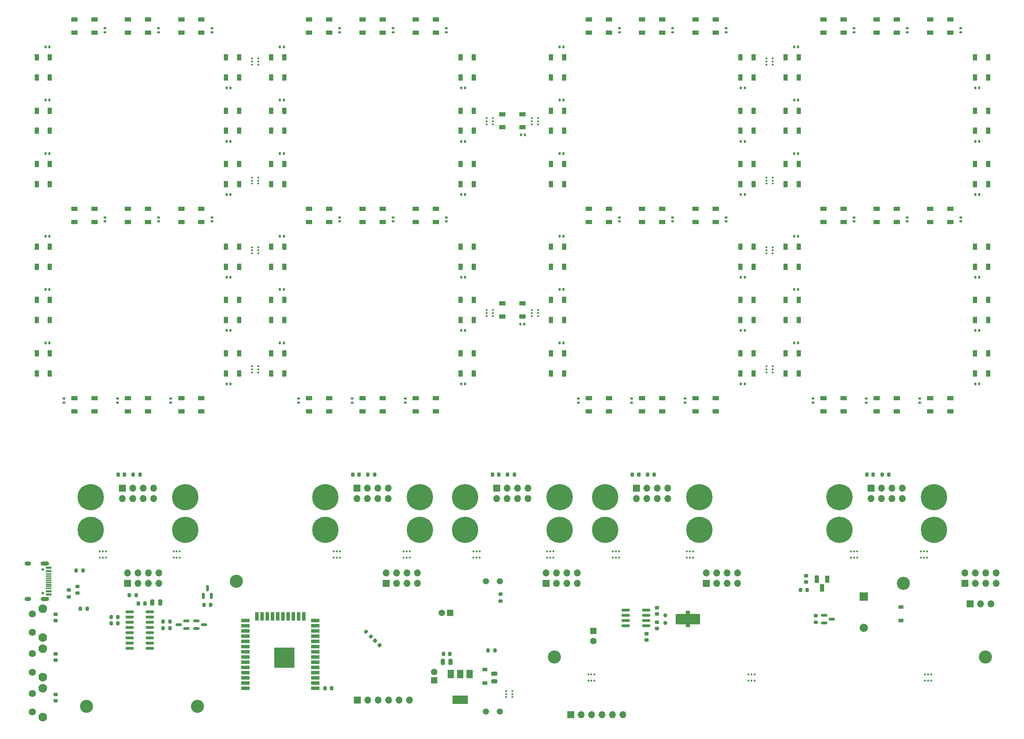
<source format=gbr>
%TF.GenerationSoftware,KiCad,Pcbnew,(6.0.1)*%
%TF.CreationDate,2022-01-22T16:00:37+01:00*%
%TF.ProjectId,Final H00 panelicad_pcb,46696e61-6c20-4483-9030-2070616e656c,rev?*%
%TF.SameCoordinates,Original*%
%TF.FileFunction,Soldermask,Top*%
%TF.FilePolarity,Negative*%
%FSLAX46Y46*%
G04 Gerber Fmt 4.6, Leading zero omitted, Abs format (unit mm)*
G04 Created by KiCad (PCBNEW (6.0.1)) date 2022-01-22 16:00:37*
%MOMM*%
%LPD*%
G01*
G04 APERTURE LIST*
G04 Aperture macros list*
%AMRoundRect*
0 Rectangle with rounded corners*
0 $1 Rounding radius*
0 $2 $3 $4 $5 $6 $7 $8 $9 X,Y pos of 4 corners*
0 Add a 4 corners polygon primitive as box body*
4,1,4,$2,$3,$4,$5,$6,$7,$8,$9,$2,$3,0*
0 Add four circle primitives for the rounded corners*
1,1,$1+$1,$2,$3*
1,1,$1+$1,$4,$5*
1,1,$1+$1,$6,$7*
1,1,$1+$1,$8,$9*
0 Add four rect primitives between the rounded corners*
20,1,$1+$1,$2,$3,$4,$5,0*
20,1,$1+$1,$4,$5,$6,$7,0*
20,1,$1+$1,$6,$7,$8,$9,0*
20,1,$1+$1,$8,$9,$2,$3,0*%
G04 Aperture macros list end*
%ADD10RoundRect,0.140000X-0.140000X-0.170000X0.140000X-0.170000X0.140000X0.170000X-0.140000X0.170000X0*%
%ADD11RoundRect,0.140000X-0.170000X0.140000X-0.170000X-0.140000X0.170000X-0.140000X0.170000X0.140000X0*%
%ADD12R,1.500000X1.000000*%
%ADD13C,0.500000*%
%ADD14RoundRect,0.140000X0.140000X0.170000X-0.140000X0.170000X-0.140000X-0.170000X0.140000X-0.170000X0*%
%ADD15RoundRect,0.140000X0.170000X-0.140000X0.170000X0.140000X-0.170000X0.140000X-0.170000X-0.140000X0*%
%ADD16RoundRect,0.225000X0.225000X0.250000X-0.225000X0.250000X-0.225000X-0.250000X0.225000X-0.250000X0*%
%ADD17C,0.800000*%
%ADD18C,6.400000*%
%ADD19RoundRect,0.150000X-0.587500X-0.150000X0.587500X-0.150000X0.587500X0.150000X-0.587500X0.150000X0*%
%ADD20R,1.500000X2.000000*%
%ADD21R,3.800000X2.000000*%
%ADD22R,1.700000X1.700000*%
%ADD23O,1.700000X1.700000*%
%ADD24R,1.000000X1.500000*%
%ADD25RoundRect,0.200000X-0.275000X0.200000X-0.275000X-0.200000X0.275000X-0.200000X0.275000X0.200000X0*%
%ADD26R,1.600000X1.600000*%
%ADD27C,1.600000*%
%ADD28C,1.500000*%
%ADD29RoundRect,0.200000X-0.200000X-0.275000X0.200000X-0.275000X0.200000X0.275000X-0.200000X0.275000X0*%
%ADD30C,2.100000*%
%ADD31C,1.750000*%
%ADD32C,3.200000*%
%ADD33C,0.650000*%
%ADD34R,1.450000X0.600000*%
%ADD35R,1.450000X0.300000*%
%ADD36O,2.100000X1.000000*%
%ADD37O,1.600000X1.000000*%
%ADD38RoundRect,0.225000X0.250000X-0.225000X0.250000X0.225000X-0.250000X0.225000X-0.250000X-0.225000X0*%
%ADD39R,2.000000X2.000000*%
%ADD40C,2.000000*%
%ADD41RoundRect,0.200000X0.200000X0.275000X-0.200000X0.275000X-0.200000X-0.275000X0.200000X-0.275000X0*%
%ADD42RoundRect,0.150000X-0.825000X-0.150000X0.825000X-0.150000X0.825000X0.150000X-0.825000X0.150000X0*%
%ADD43R,1.200000X0.900000*%
%ADD44C,1.000000*%
%ADD45R,1.000000X1.000000*%
%ADD46R,6.000000X2.500000*%
%ADD47R,1.100000X1.800000*%
%ADD48RoundRect,0.275000X0.275000X0.625000X-0.275000X0.625000X-0.275000X-0.625000X0.275000X-0.625000X0*%
%ADD49RoundRect,0.250000X0.250000X0.475000X-0.250000X0.475000X-0.250000X-0.475000X0.250000X-0.475000X0*%
%ADD50RoundRect,0.150000X0.150000X-0.587500X0.150000X0.587500X-0.150000X0.587500X-0.150000X-0.587500X0*%
%ADD51RoundRect,0.200000X-0.335876X-0.053033X-0.053033X-0.335876X0.335876X0.053033X0.053033X0.335876X0*%
%ADD52RoundRect,0.200000X0.275000X-0.200000X0.275000X0.200000X-0.275000X0.200000X-0.275000X-0.200000X0*%
%ADD53RoundRect,0.225000X0.335876X0.017678X0.017678X0.335876X-0.335876X-0.017678X-0.017678X-0.335876X0*%
%ADD54RoundRect,0.225000X-0.250000X0.225000X-0.250000X-0.225000X0.250000X-0.225000X0.250000X0.225000X0*%
%ADD55RoundRect,0.150000X0.825000X0.150000X-0.825000X0.150000X-0.825000X-0.150000X0.825000X-0.150000X0*%
%ADD56RoundRect,0.250000X0.475000X-0.250000X0.475000X0.250000X-0.475000X0.250000X-0.475000X-0.250000X0*%
%ADD57RoundRect,0.150000X0.587500X0.150000X-0.587500X0.150000X-0.587500X-0.150000X0.587500X-0.150000X0*%
%ADD58R,2.000000X0.900000*%
%ADD59R,0.900000X2.000000*%
%ADD60R,5.000000X5.000000*%
%ADD61RoundRect,0.250000X-0.250000X-0.475000X0.250000X-0.475000X0.250000X0.475000X-0.250000X0.475000X0*%
G04 APERTURE END LIST*
D10*
%TO.C,C4*%
X232535455Y114697158D03*
X233495455Y114697158D03*
%TD*%
D11*
%TO.C,C10*%
X218949770Y38980101D03*
X218949770Y38020101D03*
%TD*%
D12*
%TO.C,D1*%
X122205686Y58965786D03*
X122205686Y62165786D03*
X117305686Y62165786D03*
X117305686Y58965786D03*
%TD*%
%TO.C,D1*%
X75140085Y128162843D03*
X75140085Y131362843D03*
X70240085Y131362843D03*
X70240085Y128162843D03*
%TD*%
D10*
%TO.C,C7*%
X50144370Y68565787D03*
X51104370Y68565787D03*
%TD*%
D13*
%TO.C,mouse-bite-2mm-slot*%
X111750000Y1750000D03*
X111750000Y250000D03*
X111000000Y1750000D03*
X110250000Y250000D03*
X110250000Y1750000D03*
X111000000Y250000D03*
%TD*%
D14*
%TO.C,C15*%
X64104400Y78565786D03*
X63144400Y78565786D03*
%TD*%
D15*
%TO.C,C2*%
X215949770Y128282843D03*
X215949770Y129242843D03*
%TD*%
D16*
%TO.C,C22*%
X150538370Y20431472D03*
X148988370Y20431472D03*
%TD*%
D12*
%TO.C,D21*%
X101140085Y82031472D03*
X101140085Y85231472D03*
X96240085Y85231472D03*
X96240085Y82031472D03*
%TD*%
D17*
%TO.C,H2*%
X132952742Y5303045D03*
D18*
X131255686Y7000101D03*
D17*
X131255686Y4600101D03*
X132952742Y8697157D03*
X129558630Y8697157D03*
X129558630Y5303045D03*
X133655686Y7000101D03*
X131255686Y9400101D03*
X128855686Y7000101D03*
%TD*%
D16*
%TO.C,C22*%
X116475686Y20431472D03*
X114925686Y20431472D03*
%TD*%
D19*
%TO.C,Q3*%
X42750500Y-15179000D03*
X42750500Y-17079000D03*
X44625500Y-16129000D03*
%TD*%
D13*
%TO.C,mouse-bite-2mm-slot*%
X94750000Y1750000D03*
X94750000Y250000D03*
X94000000Y1750000D03*
X93250000Y250000D03*
X93250000Y1750000D03*
X94000000Y250000D03*
%TD*%
D10*
%TO.C,C9*%
X107275770Y42565787D03*
X108235770Y42565787D03*
%TD*%
D13*
%TO.C,mouse-bite-2mm-slot*%
X77750000Y1750000D03*
X77750000Y250000D03*
X77000000Y1750000D03*
X76250000Y250000D03*
X76250000Y1750000D03*
X77000000Y250000D03*
%TD*%
D20*
%TO.C,U4*%
X109361000Y-28092000D03*
D21*
X107061000Y-34392000D03*
D20*
X107061000Y-28092000D03*
X104761000Y-28092000D03*
%TD*%
D12*
%TO.C,D20*%
X213399770Y82031472D03*
X213399770Y85231472D03*
X208499770Y85231472D03*
X208499770Y82031472D03*
%TD*%
%TO.C,D19*%
X18008685Y82031472D03*
X18008685Y85231472D03*
X13108685Y85231472D03*
X13108685Y82031472D03*
%TD*%
D15*
%TO.C,C3*%
X103690085Y128282843D03*
X103690085Y129242843D03*
%TD*%
D12*
%TO.C,D2*%
X156268370Y128162843D03*
X156268370Y131362843D03*
X151368370Y131362843D03*
X151368370Y128162843D03*
%TD*%
D22*
%TO.C,J3*%
X128000000Y-6000000D03*
D23*
X128000000Y-3460000D03*
X130540000Y-6000000D03*
X130540000Y-3460000D03*
X133080000Y-6000000D03*
X133080000Y-3460000D03*
X135620000Y-6000000D03*
X135620000Y-3460000D03*
%TD*%
D14*
%TO.C,C15*%
X6973000Y78565786D03*
X6013000Y78565786D03*
%TD*%
%TO.C,C17*%
X189364085Y111697158D03*
X188404085Y111697158D03*
%TD*%
D10*
%TO.C,C9*%
X50144370Y42565787D03*
X51104370Y42565787D03*
%TD*%
D22*
%TO.C,J1*%
X26000000Y-6000000D03*
D23*
X26000000Y-3460000D03*
X28540000Y-6000000D03*
X28540000Y-3460000D03*
X31080000Y-6000000D03*
X31080000Y-3460000D03*
X33620000Y-6000000D03*
X33620000Y-3460000D03*
%TD*%
D12*
%TO.C,D1*%
X200399770Y128162843D03*
X200399770Y131362843D03*
X195499770Y131362843D03*
X195499770Y128162843D03*
%TD*%
D13*
%TO.C,mouse-bite-2mm-slot*%
X20000000Y250000D03*
X19250000Y250000D03*
X19250000Y1750000D03*
X20750000Y1750000D03*
X20000000Y1750000D03*
X20750000Y250000D03*
%TD*%
D24*
%TO.C,D5*%
X232415455Y104247158D03*
X235615455Y104247158D03*
X235615455Y109147158D03*
X232415455Y109147158D03*
%TD*%
D14*
%TO.C,C16*%
X64104400Y98697158D03*
X63144400Y98697158D03*
%TD*%
D12*
%TO.C,D12*%
X138368370Y39100101D03*
X138368370Y35900101D03*
X143268370Y35900101D03*
X143268370Y39100101D03*
%TD*%
D10*
%TO.C,C2*%
X121875686Y103231472D03*
X122835686Y103231472D03*
%TD*%
D11*
%TO.C,C11*%
X80690085Y38980101D03*
X80690085Y38020101D03*
%TD*%
D14*
%TO.C,C15*%
X189364085Y78565786D03*
X188404085Y78565786D03*
%TD*%
%TO.C,C14*%
X189364085Y65565786D03*
X188404085Y65565786D03*
%TD*%
D17*
%TO.C,H1*%
X197752714Y8697157D03*
X199449770Y4600101D03*
X201849770Y7000101D03*
X201146826Y5303045D03*
X199449770Y9400101D03*
X197049770Y7000101D03*
X197752714Y5303045D03*
X201146826Y8697157D03*
D18*
X199449770Y7000101D03*
%TD*%
D25*
%TO.C,R6*%
X13843000Y-6795000D03*
X13843000Y-8445000D03*
%TD*%
D14*
%TO.C,C13*%
X64104400Y52565786D03*
X63144400Y52565786D03*
%TD*%
D12*
%TO.C,D12*%
X70240085Y39100101D03*
X70240085Y35900101D03*
X75140085Y35900101D03*
X75140085Y39100101D03*
%TD*%
D11*
%TO.C,C12*%
X10558685Y38980101D03*
X10558685Y38020101D03*
%TD*%
D12*
%TO.C,D10*%
X221499770Y39100101D03*
X221499770Y35900101D03*
X226399770Y35900101D03*
X226399770Y39100101D03*
%TD*%
D24*
%TO.C,D16*%
X7093000Y96147158D03*
X3893000Y96147158D03*
X3893000Y91247158D03*
X7093000Y91247158D03*
%TD*%
D26*
%TO.C,C19*%
X100711000Y-29657113D03*
D27*
X100711000Y-27657113D03*
%TD*%
D11*
%TO.C,C10*%
X93690085Y38980101D03*
X93690085Y38020101D03*
%TD*%
D13*
%TO.C,mouse-bite-2mm-slot*%
X145750000Y1750000D03*
X145750000Y250000D03*
X145000000Y1750000D03*
X144250000Y250000D03*
X144250000Y1750000D03*
X145000000Y250000D03*
%TD*%
D28*
%TO.C,R14*%
X113300000Y-37300000D03*
X116700000Y-37300000D03*
%TD*%
D15*
%TO.C,C21*%
X46558685Y82151472D03*
X46558685Y83111472D03*
%TD*%
D22*
%TO.C,J2*%
X89000000Y-6000000D03*
D23*
X89000000Y-3460000D03*
X91540000Y-6000000D03*
X91540000Y-3460000D03*
X94080000Y-6000000D03*
X94080000Y-3460000D03*
X96620000Y-6000000D03*
X96620000Y-3460000D03*
%TD*%
D22*
%TO.C,J1*%
X81880085Y17130101D03*
D23*
X81880085Y14590101D03*
X84420085Y17130101D03*
X84420085Y14590101D03*
X86960085Y17130101D03*
X86960085Y14590101D03*
X89500085Y17130101D03*
X89500085Y14590101D03*
%TD*%
D13*
%TO.C,mouse-bite-2mm-slot*%
X163750000Y1750000D03*
X163750000Y250000D03*
X163000000Y1750000D03*
X162250000Y250000D03*
X162250000Y1750000D03*
X163000000Y250000D03*
%TD*%
D14*
%TO.C,C17*%
X132232685Y111697158D03*
X131272685Y111697158D03*
%TD*%
D15*
%TO.C,C19*%
X77690085Y82151472D03*
X77690085Y83111472D03*
%TD*%
D17*
%TO.C,H4*%
X75887141Y13303045D03*
X76590085Y15000101D03*
X74190085Y12600101D03*
X74190085Y17400101D03*
X75887141Y16697157D03*
X71790085Y15000101D03*
X72493029Y13303045D03*
D18*
X74190085Y15000101D03*
D17*
X72493029Y16697157D03*
%TD*%
D12*
%TO.C,D2*%
X31008685Y128162843D03*
X31008685Y131362843D03*
X26108685Y131362843D03*
X26108685Y128162843D03*
%TD*%
D24*
%TO.C,D18*%
X189484085Y122147158D03*
X186284085Y122147158D03*
X186284085Y117247158D03*
X189484085Y117247158D03*
%TD*%
D14*
%TO.C,C16*%
X132232685Y98697158D03*
X131272685Y98697158D03*
%TD*%
D29*
%TO.C,R1*%
X84535085Y20441472D03*
X86185085Y20441472D03*
%TD*%
D17*
%TO.C,H2*%
X40058685Y4600101D03*
X40058685Y9400101D03*
X37658685Y7000101D03*
D18*
X40058685Y7000101D03*
D17*
X42458685Y7000101D03*
X38361629Y8697157D03*
X41755741Y8697157D03*
X38361629Y5303045D03*
X41755741Y5303045D03*
%TD*%
%TO.C,H2*%
X94790085Y7000101D03*
X97190085Y9400101D03*
X99590085Y7000101D03*
X98887141Y5303045D03*
X98887141Y8697157D03*
X95493029Y8697157D03*
X97190085Y4600101D03*
X95493029Y5303045D03*
D18*
X97190085Y7000101D03*
%TD*%
D17*
%TO.C,H4*%
X17058685Y17400101D03*
X18755741Y16697157D03*
X19458685Y15000101D03*
X18755741Y13303045D03*
D18*
X17058685Y15000101D03*
D17*
X17058685Y12600101D03*
X15361629Y16697157D03*
X14658685Y15000101D03*
X15361629Y13303045D03*
%TD*%
D30*
%TO.C,SW3*%
X5352500Y-31615000D03*
X5352500Y-38625000D03*
D31*
X2862500Y-37375000D03*
X2862500Y-32875000D03*
%TD*%
D13*
%TO.C,mouse-bite-2mm-slot*%
X56374385Y46131472D03*
X56374385Y45381472D03*
X57874385Y46881472D03*
X57874385Y46131472D03*
X57874385Y45381472D03*
X56374385Y46881472D03*
%TD*%
D17*
%TO.C,H1*%
X144718370Y7000101D03*
X144015426Y8697157D03*
X142318370Y4600101D03*
D18*
X142318370Y7000101D03*
D17*
X140621314Y5303045D03*
X144015426Y5303045D03*
X139918370Y7000101D03*
X142318370Y9400101D03*
X140621314Y8697157D03*
%TD*%
D13*
%TO.C,mouse-bite-2mm-slot*%
X57874385Y75881472D03*
X57874385Y75131472D03*
X57874385Y74381472D03*
X56374385Y74381472D03*
X56374385Y75881472D03*
X56374385Y75131472D03*
%TD*%
D16*
%TO.C,C22*%
X207669770Y20431472D03*
X206119770Y20431472D03*
%TD*%
D29*
%TO.C,R1*%
X27403685Y20441472D03*
X29053685Y20441472D03*
%TD*%
D17*
%TO.C,H2*%
X163621314Y8697157D03*
X165318370Y9400101D03*
X163621314Y5303045D03*
D18*
X165318370Y7000101D03*
D17*
X162918370Y7000101D03*
X165318370Y4600101D03*
X167718370Y7000101D03*
X167015426Y8697157D03*
X167015426Y5303045D03*
%TD*%
D24*
%TO.C,D18*%
X64224400Y122147158D03*
X61024400Y122147158D03*
X61024400Y117247158D03*
X64224400Y117247158D03*
%TD*%
D12*
%TO.C,D3*%
X169268370Y128162843D03*
X169268370Y131362843D03*
X164368370Y131362843D03*
X164368370Y128162843D03*
%TD*%
%TO.C,D10*%
X39108685Y39100101D03*
X39108685Y35900101D03*
X44008685Y35900101D03*
X44008685Y39100101D03*
%TD*%
%TO.C,D12*%
X13108685Y39100101D03*
X13108685Y35900101D03*
X18008685Y35900101D03*
X18008685Y39100101D03*
%TD*%
D24*
%TO.C,D5*%
X175284055Y104247158D03*
X178484055Y104247158D03*
X178484055Y109147158D03*
X175284055Y109147158D03*
%TD*%
D14*
%TO.C,C17*%
X64104400Y111697158D03*
X63144400Y111697158D03*
%TD*%
D24*
%TO.C,D6*%
X107155770Y91247158D03*
X110355770Y91247158D03*
X110355770Y96147158D03*
X107155770Y96147158D03*
%TD*%
D25*
%TO.C,R1*%
X193675000Y-13907000D03*
X193675000Y-15557000D03*
%TD*%
D11*
%TO.C,C12*%
X67690085Y38980101D03*
X67690085Y38020101D03*
%TD*%
D25*
%TO.C,R13*%
X116840000Y-8700000D03*
X116840000Y-10350000D03*
%TD*%
D32*
%TO.C,H4*%
X16000000Y-36000000D03*
%TD*%
D12*
%TO.C,D20*%
X31008685Y82031472D03*
X31008685Y85231472D03*
X26108685Y85231472D03*
X26108685Y82031472D03*
%TD*%
D22*
%TO.C,J1*%
X207139770Y17130101D03*
D23*
X207139770Y14590101D03*
X209679770Y17130101D03*
X209679770Y14590101D03*
X212219770Y17130101D03*
X212219770Y14590101D03*
X214759770Y17130101D03*
X214759770Y14590101D03*
%TD*%
D33*
%TO.C,J7*%
X5340000Y-2610000D03*
X5340000Y-8390000D03*
D34*
X6785000Y-2250000D03*
X6785000Y-3050000D03*
D35*
X6785000Y-4250000D03*
X6785000Y-5250000D03*
X6785000Y-5750000D03*
X6785000Y-6750000D03*
D34*
X6785000Y-7950000D03*
X6785000Y-8750000D03*
X6785000Y-8750000D03*
X6785000Y-7950000D03*
D35*
X6785000Y-7250000D03*
X6785000Y-6250000D03*
X6785000Y-4750000D03*
X6785000Y-3750000D03*
D34*
X6785000Y-3050000D03*
X6785000Y-2250000D03*
D36*
X5870000Y-9820000D03*
D37*
X1690000Y-9820000D03*
X1690000Y-1180000D03*
D36*
X5870000Y-1180000D03*
%TD*%
D29*
%TO.C,R3*%
X189929000Y-7620000D03*
X191579000Y-7620000D03*
%TD*%
D24*
%TO.C,D17*%
X189484085Y109147158D03*
X186284085Y109147158D03*
X186284085Y104247158D03*
X189484085Y104247158D03*
%TD*%
%TO.C,D16*%
X64224400Y96147158D03*
X61024400Y96147158D03*
X61024400Y91247158D03*
X64224400Y91247158D03*
%TD*%
D13*
%TO.C,mouse-bite-2mm-slot*%
X126003685Y60593472D03*
X124503685Y59093472D03*
X124503685Y60593472D03*
X126003685Y59093472D03*
X124503685Y59843472D03*
X126003685Y59843472D03*
%TD*%
D17*
%TO.C,H4*%
X106558630Y16697157D03*
X108255686Y17400101D03*
X109952742Y16697157D03*
X106558630Y13303045D03*
X105855686Y15000101D03*
X109952742Y13303045D03*
X110655686Y15000101D03*
X108255686Y12600101D03*
D18*
X108255686Y15000101D03*
%TD*%
D24*
%TO.C,D9*%
X50024370Y45115787D03*
X53224370Y45115787D03*
X53224370Y50015787D03*
X50024370Y50015787D03*
%TD*%
D14*
%TO.C,C16*%
X6973000Y98697158D03*
X6013000Y98697158D03*
%TD*%
D15*
%TO.C,C19*%
X202949770Y82151472D03*
X202949770Y83111472D03*
%TD*%
D32*
%TO.C,H5*%
X130000000Y-24000000D03*
%TD*%
D24*
%TO.C,D17*%
X64224400Y109147158D03*
X61024400Y109147158D03*
X61024400Y104247158D03*
X64224400Y104247158D03*
%TD*%
D14*
%TO.C,C18*%
X6973000Y124697158D03*
X6013000Y124697158D03*
%TD*%
D29*
%TO.C,R4*%
X13526000Y-2921000D03*
X15176000Y-2921000D03*
%TD*%
D38*
%TO.C,C4*%
X8509000Y-15126000D03*
X8509000Y-13576000D03*
%TD*%
D11*
%TO.C,C10*%
X161818370Y38980101D03*
X161818370Y38020101D03*
%TD*%
D12*
%TO.C,D1*%
X18008685Y128162843D03*
X18008685Y131362843D03*
X13108685Y131362843D03*
X13108685Y128162843D03*
%TD*%
D11*
%TO.C,C12*%
X192949770Y38980101D03*
X192949770Y38020101D03*
%TD*%
D15*
%TO.C,C2*%
X33558685Y128282843D03*
X33558685Y129242843D03*
%TD*%
%TO.C,C20*%
X33558685Y82151472D03*
X33558685Y83111472D03*
%TD*%
D10*
%TO.C,C1*%
X121675686Y57131472D03*
X122635686Y57131472D03*
%TD*%
D12*
%TO.C,D20*%
X88140085Y82031472D03*
X88140085Y85231472D03*
X83240085Y85231472D03*
X83240085Y82031472D03*
%TD*%
D24*
%TO.C,D13*%
X189484085Y50015786D03*
X186284085Y50015786D03*
X186284085Y45115786D03*
X189484085Y45115786D03*
%TD*%
D12*
%TO.C,D3*%
X226399770Y128162843D03*
X226399770Y131362843D03*
X221499770Y131362843D03*
X221499770Y128162843D03*
%TD*%
D38*
%TO.C,C5*%
X8509000Y-24778000D03*
X8509000Y-23228000D03*
%TD*%
D18*
%TO.C,H3*%
X131255686Y15000101D03*
D17*
X131255686Y12600101D03*
X128855686Y15000101D03*
X131255686Y17400101D03*
X129558630Y16697157D03*
X129558630Y13303045D03*
X132952742Y13303045D03*
X133655686Y15000101D03*
X132952742Y16697157D03*
%TD*%
D38*
%TO.C,C6*%
X8509000Y-34684000D03*
X8509000Y-33134000D03*
%TD*%
D32*
%TO.C,H1*%
X43000000Y-36000000D03*
%TD*%
D24*
%TO.C,D17*%
X132352685Y109147158D03*
X129152685Y109147158D03*
X129152685Y104247158D03*
X132352685Y104247158D03*
%TD*%
D22*
%TO.C,J4*%
X167000000Y-6000000D03*
D23*
X167000000Y-3460000D03*
X169540000Y-6000000D03*
X169540000Y-3460000D03*
X172080000Y-6000000D03*
X172080000Y-3460000D03*
X174620000Y-6000000D03*
X174620000Y-3460000D03*
%TD*%
D10*
%TO.C,C5*%
X175404055Y101697158D03*
X176364055Y101697158D03*
%TD*%
D39*
%TO.C,BZ1*%
X205359000Y-9281000D03*
D40*
X205359000Y-16881000D03*
%TD*%
D14*
%TO.C,C13*%
X189364085Y52565786D03*
X188404085Y52565786D03*
%TD*%
D24*
%TO.C,D7*%
X175284055Y71115787D03*
X178484055Y71115787D03*
X178484055Y76015787D03*
X175284055Y76015787D03*
%TD*%
D12*
%TO.C,D11*%
X83240085Y39100101D03*
X83240085Y35900101D03*
X88140085Y35900101D03*
X88140085Y39100101D03*
%TD*%
D24*
%TO.C,D8*%
X175284055Y58115787D03*
X178484055Y58115787D03*
X178484055Y63015787D03*
X175284055Y63015787D03*
%TD*%
D13*
%TO.C,mouse-bite-2mm-slot*%
X221750000Y-28250000D03*
X221000000Y-29750000D03*
X220250000Y-29750000D03*
X221750000Y-29750000D03*
X221000000Y-28250000D03*
X220250000Y-28250000D03*
%TD*%
D24*
%TO.C,D4*%
X232415455Y117247158D03*
X235615455Y117247158D03*
X235615455Y122147158D03*
X232415455Y122147158D03*
%TD*%
D12*
%TO.C,D21*%
X226399770Y82031472D03*
X226399770Y85231472D03*
X221499770Y85231472D03*
X221499770Y82031472D03*
%TD*%
D10*
%TO.C,C7*%
X232535455Y68565787D03*
X233495455Y68565787D03*
%TD*%
D15*
%TO.C,C2*%
X158818370Y128282843D03*
X158818370Y129242843D03*
%TD*%
%TO.C,C3*%
X171818370Y128282843D03*
X171818370Y129242843D03*
%TD*%
D12*
%TO.C,D1*%
X143268370Y128162843D03*
X143268370Y131362843D03*
X138368370Y131362843D03*
X138368370Y128162843D03*
%TD*%
D14*
%TO.C,C13*%
X6973000Y52565786D03*
X6013000Y52565786D03*
%TD*%
D11*
%TO.C,C11*%
X23558685Y38980101D03*
X23558685Y38020101D03*
%TD*%
D24*
%TO.C,D14*%
X189484085Y63015786D03*
X186284085Y63015786D03*
X186284085Y58115786D03*
X189484085Y58115786D03*
%TD*%
D22*
%TO.C,J6*%
X82000000Y-34500000D03*
D23*
X84540000Y-34500000D03*
X87080000Y-34500000D03*
X89620000Y-34500000D03*
X92160000Y-34500000D03*
X94700000Y-34500000D03*
%TD*%
D24*
%TO.C,D5*%
X50024370Y104247158D03*
X53224370Y104247158D03*
X53224370Y109147158D03*
X50024370Y109147158D03*
%TD*%
D15*
%TO.C,C19*%
X145818370Y82151472D03*
X145818370Y83111472D03*
%TD*%
D24*
%TO.C,D4*%
X107155770Y117247158D03*
X110355770Y117247158D03*
X110355770Y122147158D03*
X107155770Y122147158D03*
%TD*%
%TO.C,D6*%
X232415455Y91247158D03*
X235615455Y91247158D03*
X235615455Y96147158D03*
X232415455Y96147158D03*
%TD*%
D26*
%TO.C,C11*%
X104587112Y-13208000D03*
D27*
X102587112Y-13208000D03*
%TD*%
D41*
%TO.C,R10*%
X36321000Y-16967000D03*
X34671000Y-16967000D03*
%TD*%
D17*
%TO.C,H3*%
X99590085Y15000101D03*
X97190085Y17400101D03*
X94790085Y15000101D03*
X97190085Y12600101D03*
X98887141Y13303045D03*
D18*
X97190085Y15000101D03*
D17*
X98887141Y16697157D03*
X95493029Y13303045D03*
X95493029Y16697157D03*
%TD*%
D30*
%TO.C,SW2*%
X5352500Y-21915000D03*
X5352500Y-28925000D03*
D31*
X2862500Y-27675000D03*
X2862500Y-23175000D03*
%TD*%
D24*
%TO.C,D14*%
X132352685Y63015786D03*
X129152685Y63015786D03*
X129152685Y58115786D03*
X132352685Y58115786D03*
%TD*%
D15*
%TO.C,C21*%
X228949770Y82151472D03*
X228949770Y83111472D03*
%TD*%
D24*
%TO.C,D9*%
X107155770Y45115787D03*
X110355770Y45115787D03*
X110355770Y50015787D03*
X107155770Y50015787D03*
%TD*%
D17*
%TO.C,H1*%
X19458685Y7000101D03*
X14658685Y7000101D03*
X17058685Y9400101D03*
X15361629Y8697157D03*
D18*
X17058685Y7000101D03*
D17*
X18755741Y5303045D03*
X15361629Y5303045D03*
X18755741Y8697157D03*
X17058685Y4600101D03*
%TD*%
D15*
%TO.C,C21*%
X103690085Y82151472D03*
X103690085Y83111472D03*
%TD*%
D29*
%TO.C,R1*%
X152663370Y20441472D03*
X154313370Y20441472D03*
%TD*%
D42*
%TO.C,U5*%
X26525000Y-12955000D03*
X26525000Y-14225000D03*
X26525000Y-15495000D03*
X26525000Y-16765000D03*
X26525000Y-18035000D03*
X26525000Y-19305000D03*
X26525000Y-20575000D03*
X26525000Y-21845000D03*
X31475000Y-21845000D03*
X31475000Y-20575000D03*
X31475000Y-19305000D03*
X31475000Y-18035000D03*
X31475000Y-16765000D03*
X31475000Y-15495000D03*
X31475000Y-14225000D03*
X31475000Y-12955000D03*
%TD*%
D14*
%TO.C,C14*%
X64104400Y65565786D03*
X63144400Y65565786D03*
%TD*%
D17*
%TO.C,H2*%
X222449770Y4600101D03*
X220752714Y8697157D03*
X224849770Y7000101D03*
X222449770Y9400101D03*
X224146826Y8697157D03*
X224146826Y5303045D03*
D18*
X222449770Y7000101D03*
D17*
X220049770Y7000101D03*
X220752714Y5303045D03*
%TD*%
D24*
%TO.C,D7*%
X50024370Y71115787D03*
X53224370Y71115787D03*
X53224370Y76015787D03*
X50024370Y76015787D03*
%TD*%
D29*
%TO.C,R9*%
X22035000Y-15748000D03*
X23685000Y-15748000D03*
%TD*%
D43*
%TO.C,D2*%
X113030000Y-30352000D03*
X113030000Y-27052000D03*
%TD*%
D44*
%TO.C,Y1*%
X157036000Y-15682000D03*
X157036000Y-13782000D03*
D45*
X162536000Y-13232000D03*
X162536000Y-16232000D03*
D46*
X162536000Y-14732000D03*
%TD*%
D29*
%TO.C,R15*%
X113856000Y-22352000D03*
X115506000Y-22352000D03*
%TD*%
D14*
%TO.C,C17*%
X6973000Y111697158D03*
X6013000Y111697158D03*
%TD*%
D24*
%TO.C,D18*%
X7093000Y122147158D03*
X3893000Y122147158D03*
X3893000Y117247158D03*
X7093000Y117247158D03*
%TD*%
D47*
%TO.C,U2*%
X196469000Y-5049000D03*
D48*
X195199000Y-7119000D03*
X193929000Y-5049000D03*
%TD*%
D10*
%TO.C,C4*%
X107275770Y114697158D03*
X108235770Y114697158D03*
%TD*%
%TO.C,C8*%
X232535455Y55565787D03*
X233495455Y55565787D03*
%TD*%
D49*
%TO.C,C14*%
X104709000Y-25146000D03*
X102809000Y-25146000D03*
%TD*%
D24*
%TO.C,D4*%
X50024370Y117247158D03*
X53224370Y117247158D03*
X53224370Y122147158D03*
X50024370Y122147158D03*
%TD*%
D12*
%TO.C,D20*%
X156268370Y82031472D03*
X156268370Y85231472D03*
X151368370Y85231472D03*
X151368370Y82031472D03*
%TD*%
D10*
%TO.C,C4*%
X50144370Y114697158D03*
X51104370Y114697158D03*
%TD*%
D13*
%TO.C,mouse-bite-2mm-slot*%
X38750000Y1750000D03*
X38750000Y250000D03*
X38000000Y1750000D03*
X37250000Y250000D03*
X37250000Y1750000D03*
X38000000Y250000D03*
%TD*%
D29*
%TO.C,R5*%
X14542000Y-12192000D03*
X16192000Y-12192000D03*
%TD*%
D14*
%TO.C,C18*%
X64104400Y124697158D03*
X63144400Y124697158D03*
%TD*%
D16*
%TO.C,C12*%
X104534000Y-23241000D03*
X102984000Y-23241000D03*
%TD*%
D15*
%TO.C,C1*%
X77690085Y128282843D03*
X77690085Y129242843D03*
%TD*%
D14*
%TO.C,C18*%
X132232685Y124697158D03*
X131272685Y124697158D03*
%TD*%
D10*
%TO.C,C9*%
X175404055Y42565787D03*
X176364055Y42565787D03*
%TD*%
D15*
%TO.C,C20*%
X158818370Y82151472D03*
X158818370Y83111472D03*
%TD*%
D12*
%TO.C,D3*%
X44008685Y128162843D03*
X44008685Y131362843D03*
X39108685Y131362843D03*
X39108685Y128162843D03*
%TD*%
D22*
%TO.C,J1*%
X24748685Y17130101D03*
D23*
X24748685Y14590101D03*
X27288685Y17130101D03*
X27288685Y14590101D03*
X29828685Y17130101D03*
X29828685Y14590101D03*
X32368685Y17130101D03*
X32368685Y14590101D03*
%TD*%
D24*
%TO.C,D7*%
X107155770Y71115787D03*
X110355770Y71115787D03*
X110355770Y76015787D03*
X107155770Y76015787D03*
%TD*%
%TO.C,D6*%
X50024370Y91247158D03*
X53224370Y91247158D03*
X53224370Y96147158D03*
X50024370Y96147158D03*
%TD*%
D17*
%TO.C,H3*%
X220752714Y16697157D03*
X224146826Y16697157D03*
X222449770Y17400101D03*
D18*
X222449770Y15000101D03*
D17*
X220752714Y13303045D03*
X224146826Y13303045D03*
X224849770Y15000101D03*
X220049770Y15000101D03*
X222449770Y12600101D03*
%TD*%
D24*
%TO.C,D8*%
X50024370Y58115787D03*
X53224370Y58115787D03*
X53224370Y63015787D03*
X50024370Y63015787D03*
%TD*%
D50*
%TO.C,Q4*%
X44516000Y-9065500D03*
X46416000Y-9065500D03*
X45466000Y-7190500D03*
%TD*%
D10*
%TO.C,C9*%
X232535455Y42565787D03*
X233495455Y42565787D03*
%TD*%
D51*
%TO.C,R2*%
X84124800Y-17780000D03*
X85291526Y-18946726D03*
%TD*%
D12*
%TO.C,D12*%
X195499770Y39100101D03*
X195499770Y35900101D03*
X200399770Y35900101D03*
X200399770Y39100101D03*
%TD*%
D10*
%TO.C,C5*%
X50144370Y101697158D03*
X51104370Y101697158D03*
%TD*%
D24*
%TO.C,D4*%
X175284055Y117247158D03*
X178484055Y117247158D03*
X178484055Y122147158D03*
X175284055Y122147158D03*
%TD*%
D15*
%TO.C,C3*%
X228949770Y128282843D03*
X228949770Y129242843D03*
%TD*%
D10*
%TO.C,C6*%
X232535455Y88697158D03*
X233495455Y88697158D03*
%TD*%
D13*
%TO.C,mouse-bite-2mm-slot*%
X183134070Y45381472D03*
X183134070Y46131472D03*
X183134070Y46881472D03*
X181634070Y46131472D03*
X181634070Y45381472D03*
X181634070Y46881472D03*
%TD*%
%TO.C,mouse-bite-2mm-slot*%
X139750000Y-28250000D03*
X139750000Y-29750000D03*
X138250000Y-28250000D03*
X139000000Y-28250000D03*
X139000000Y-29750000D03*
X138250000Y-29750000D03*
%TD*%
D12*
%TO.C,D19*%
X200399770Y82031472D03*
X200399770Y85231472D03*
X195499770Y85231472D03*
X195499770Y82031472D03*
%TD*%
D14*
%TO.C,C16*%
X189364085Y98697158D03*
X188404085Y98697158D03*
%TD*%
D10*
%TO.C,C8*%
X175404055Y55565787D03*
X176364055Y55565787D03*
%TD*%
D12*
%TO.C,D3*%
X101140085Y128162843D03*
X101140085Y131362843D03*
X96240085Y131362843D03*
X96240085Y128162843D03*
%TD*%
D24*
%TO.C,D9*%
X232415455Y45115787D03*
X235615455Y45115787D03*
X235615455Y50015787D03*
X232415455Y50015787D03*
%TD*%
%TO.C,D16*%
X189484085Y96147158D03*
X186284085Y96147158D03*
X186284085Y91247158D03*
X189484085Y91247158D03*
%TD*%
D52*
%TO.C,R7*%
X11684000Y-9334000D03*
X11684000Y-7684000D03*
%TD*%
D12*
%TO.C,D21*%
X169268370Y82031472D03*
X169268370Y85231472D03*
X164368370Y85231472D03*
X164368370Y82031472D03*
%TD*%
D15*
%TO.C,C1*%
X20558685Y128282843D03*
X20558685Y129242843D03*
%TD*%
D11*
%TO.C,C10*%
X36558685Y38980101D03*
X36558685Y38020101D03*
%TD*%
D53*
%TO.C,C3*%
X87416008Y-21122008D03*
X86319992Y-20025992D03*
%TD*%
D24*
%TO.C,D7*%
X232415455Y71115787D03*
X235615455Y71115787D03*
X235615455Y76015787D03*
X232415455Y76015787D03*
%TD*%
%TO.C,D14*%
X64224400Y63015786D03*
X61024400Y63015786D03*
X61024400Y58115786D03*
X64224400Y58115786D03*
%TD*%
D12*
%TO.C,D11*%
X151368370Y39100101D03*
X151368370Y35900101D03*
X156268370Y35900101D03*
X156268370Y39100101D03*
%TD*%
D10*
%TO.C,C5*%
X232535455Y101697158D03*
X233495455Y101697158D03*
%TD*%
D13*
%TO.C,mouse-bite-2mm-slot*%
X129750000Y1750000D03*
X129750000Y250000D03*
X129000000Y1750000D03*
X128250000Y250000D03*
X128250000Y1750000D03*
X129000000Y250000D03*
%TD*%
D15*
%TO.C,C1*%
X145818370Y128282843D03*
X145818370Y129242843D03*
%TD*%
D13*
%TO.C,mouse-bite-2mm-slot*%
X178750000Y-28250000D03*
X177250000Y-29750000D03*
X177250000Y-28250000D03*
X178750000Y-29750000D03*
X178000000Y-29750000D03*
X178000000Y-28250000D03*
%TD*%
D11*
%TO.C,C11*%
X148818370Y38980101D03*
X148818370Y38020101D03*
%TD*%
D24*
%TO.C,D13*%
X64224400Y50015786D03*
X61024400Y50015786D03*
X61024400Y45115786D03*
X64224400Y45115786D03*
%TD*%
D54*
%TO.C,C8*%
X154940000Y-15494000D03*
X154940000Y-17044000D03*
%TD*%
D13*
%TO.C,mouse-bite-2mm-slot*%
X183134070Y91381472D03*
X183134070Y92131472D03*
X183134070Y92881472D03*
X181634070Y92131472D03*
X181634070Y92881472D03*
X181634070Y91381472D03*
%TD*%
D18*
%TO.C,H3*%
X165318370Y15000101D03*
D17*
X167015426Y16697157D03*
X163621314Y13303045D03*
X163621314Y16697157D03*
X167718370Y15000101D03*
X165318370Y12600101D03*
X162918370Y15000101D03*
X165318370Y17400101D03*
X167015426Y13303045D03*
%TD*%
D29*
%TO.C,R1*%
X209794770Y20441472D03*
X211444770Y20441472D03*
%TD*%
D12*
%TO.C,D10*%
X96240085Y39100101D03*
X96240085Y35900101D03*
X101140085Y35900101D03*
X101140085Y39100101D03*
%TD*%
D13*
%TO.C,mouse-bite-2mm-slot*%
X183134070Y121881472D03*
X183134070Y120381472D03*
X183134070Y121131472D03*
X181634070Y121131472D03*
X181634070Y120381472D03*
X181634070Y121881472D03*
%TD*%
D10*
%TO.C,C7*%
X107275770Y68565787D03*
X108235770Y68565787D03*
%TD*%
D13*
%TO.C,mouse-bite-2mm-slot*%
X118250000Y-33000000D03*
X119750000Y-33750000D03*
X119750000Y-33000000D03*
X118250000Y-33750000D03*
X119750000Y-32250000D03*
X118250000Y-32250000D03*
%TD*%
D22*
%TO.C,J5*%
X230000000Y-6000000D03*
D23*
X230000000Y-3460000D03*
X232540000Y-6000000D03*
X232540000Y-3460000D03*
X235080000Y-6000000D03*
X235080000Y-3460000D03*
X237620000Y-6000000D03*
X237620000Y-3460000D03*
%TD*%
D15*
%TO.C,C1*%
X202949770Y128282843D03*
X202949770Y129242843D03*
%TD*%
D13*
%TO.C,mouse-bite-2mm-slot*%
X56374385Y121881472D03*
X57874385Y120381472D03*
X57874385Y121131472D03*
X56374385Y121131472D03*
X56374385Y120381472D03*
X57874385Y121881472D03*
%TD*%
D12*
%TO.C,D19*%
X143268370Y82031472D03*
X143268370Y85231472D03*
X138368370Y85231472D03*
X138368370Y82031472D03*
%TD*%
D13*
%TO.C,mouse-bite-2mm-slot*%
X115003685Y60593472D03*
X113503685Y60593472D03*
X115003685Y59843472D03*
X115003685Y59093472D03*
X113503685Y59843472D03*
X113503685Y59093472D03*
%TD*%
D24*
%TO.C,D15*%
X64224400Y76015786D03*
X61024400Y76015786D03*
X61024400Y71115786D03*
X64224400Y71115786D03*
%TD*%
D22*
%TO.C,J1*%
X115945686Y17130101D03*
D23*
X115945686Y14590101D03*
X118485686Y17130101D03*
X118485686Y14590101D03*
X121025686Y17130101D03*
X121025686Y14590101D03*
X123565686Y17130101D03*
X123565686Y14590101D03*
%TD*%
D13*
%TO.C,mouse-bite-2mm-slot*%
X181634070Y75131472D03*
X181634070Y75881472D03*
X183134070Y75131472D03*
X183134070Y74381472D03*
X183134070Y75881472D03*
X181634070Y74381472D03*
%TD*%
D24*
%TO.C,D8*%
X107155770Y58115787D03*
X110355770Y58115787D03*
X110355770Y63015787D03*
X107155770Y63015787D03*
%TD*%
D13*
%TO.C,mouse-bite-2mm-slot*%
X115005685Y105831472D03*
X115005685Y107331472D03*
X113505685Y106581472D03*
X113505685Y105831472D03*
X113505685Y107331472D03*
X115005685Y106581472D03*
%TD*%
D24*
%TO.C,D17*%
X7093000Y109147158D03*
X3893000Y109147158D03*
X3893000Y104247158D03*
X7093000Y104247158D03*
%TD*%
%TO.C,D8*%
X232415455Y58115787D03*
X235615455Y58115787D03*
X235615455Y63015787D03*
X232415455Y63015787D03*
%TD*%
D13*
%TO.C,mouse-bite-2mm-slot*%
X57874385Y92881472D03*
X56374385Y91381472D03*
X56374385Y92881472D03*
X57874385Y92131472D03*
X57874385Y91381472D03*
X56374385Y92131472D03*
%TD*%
D15*
%TO.C,C20*%
X215949770Y82151472D03*
X215949770Y83111472D03*
%TD*%
D32*
%TO.C,H3*%
X52500000Y-5500000D03*
%TD*%
D30*
%TO.C,SW1*%
X5352500Y-19225000D03*
X5352500Y-12215000D03*
D31*
X2862500Y-17975000D03*
X2862500Y-13475000D03*
%TD*%
D10*
%TO.C,C4*%
X175404055Y114697158D03*
X176364055Y114697158D03*
%TD*%
D14*
%TO.C,C15*%
X132232685Y78565786D03*
X131272685Y78565786D03*
%TD*%
%TO.C,C13*%
X132232685Y52565786D03*
X131272685Y52565786D03*
%TD*%
D24*
%TO.C,D16*%
X132352685Y96147158D03*
X129152685Y96147158D03*
X129152685Y91247158D03*
X132352685Y91247158D03*
%TD*%
D17*
%TO.C,H1*%
X106558630Y5303045D03*
X108255686Y4600101D03*
D18*
X108255686Y7000101D03*
D17*
X108255686Y9400101D03*
X109952742Y8697157D03*
X105855686Y7000101D03*
X109952742Y5303045D03*
X110655686Y7000101D03*
X106558630Y8697157D03*
%TD*%
D41*
%TO.C,R11*%
X36321000Y-15367000D03*
X34671000Y-15367000D03*
%TD*%
D17*
%TO.C,H4*%
X197049770Y15000101D03*
D18*
X199449770Y15000101D03*
D17*
X197752714Y13303045D03*
X201849770Y15000101D03*
X201146826Y16697157D03*
X199449770Y12600101D03*
X201146826Y13303045D03*
X197752714Y16697157D03*
X199449770Y17400101D03*
%TD*%
D15*
%TO.C,C3*%
X46558685Y128282843D03*
X46558685Y129242843D03*
%TD*%
D17*
%TO.C,H3*%
X38361629Y16697157D03*
X40058685Y12600101D03*
X42458685Y15000101D03*
X38361629Y13303045D03*
D18*
X40058685Y15000101D03*
D17*
X41755741Y13303045D03*
X40058685Y17400101D03*
X41755741Y16697157D03*
X37658685Y15000101D03*
%TD*%
D12*
%TO.C,D2*%
X88140085Y128162843D03*
X88140085Y131362843D03*
X83240085Y131362843D03*
X83240085Y128162843D03*
%TD*%
D14*
%TO.C,C14*%
X6973000Y65565786D03*
X6013000Y65565786D03*
%TD*%
D10*
%TO.C,C7*%
X175404055Y68565787D03*
X176364055Y68565787D03*
%TD*%
D12*
%TO.C,D2*%
X122205686Y105097158D03*
X122205686Y108297158D03*
X117305686Y108297158D03*
X117305686Y105097158D03*
%TD*%
D24*
%TO.C,D9*%
X175284055Y45115787D03*
X178484055Y45115787D03*
X178484055Y50015787D03*
X175284055Y50015787D03*
%TD*%
D55*
%TO.C,U3*%
X152335000Y-16383000D03*
X152335000Y-15113000D03*
X152335000Y-13843000D03*
X152335000Y-12573000D03*
X147385000Y-12573000D03*
X147385000Y-13843000D03*
X147385000Y-15113000D03*
X147385000Y-16383000D03*
%TD*%
D12*
%TO.C,D19*%
X75140085Y82031472D03*
X75140085Y85231472D03*
X70240085Y85231472D03*
X70240085Y82031472D03*
%TD*%
D29*
%TO.C,R17*%
X26480000Y-8890000D03*
X28130000Y-8890000D03*
%TD*%
D13*
%TO.C,mouse-bite-2mm-slot*%
X126005685Y106581472D03*
X124505685Y105831472D03*
X126005685Y105831472D03*
X124505685Y106581472D03*
X126005685Y107331472D03*
X124505685Y107331472D03*
%TD*%
D10*
%TO.C,C5*%
X107275770Y101697158D03*
X108235770Y101697158D03*
%TD*%
D56*
%TO.C,C2*%
X115316000Y-29906000D03*
X115316000Y-28006000D03*
%TD*%
D12*
%TO.C,D11*%
X26108685Y39100101D03*
X26108685Y35900101D03*
X31008685Y35900101D03*
X31008685Y39100101D03*
%TD*%
D38*
%TO.C,C7*%
X191262000Y-5728000D03*
X191262000Y-4178000D03*
%TD*%
D14*
%TO.C,C14*%
X132232685Y65565786D03*
X131272685Y65565786D03*
%TD*%
D17*
%TO.C,H1*%
X74190085Y9400101D03*
X75887141Y5303045D03*
X72493029Y8697157D03*
D18*
X74190085Y7000101D03*
D17*
X75887141Y8697157D03*
X74190085Y4600101D03*
X76590085Y7000101D03*
X71790085Y7000101D03*
X72493029Y5303045D03*
%TD*%
D29*
%TO.C,R8*%
X22035000Y-14224000D03*
X23685000Y-14224000D03*
%TD*%
D14*
%TO.C,C18*%
X189364085Y124697158D03*
X188404085Y124697158D03*
%TD*%
D11*
%TO.C,C12*%
X135818370Y38980101D03*
X135818370Y38020101D03*
%TD*%
D15*
%TO.C,C21*%
X171818370Y82151472D03*
X171818370Y83111472D03*
%TD*%
D16*
%TO.C,C1*%
X75705000Y-31623000D03*
X74155000Y-31623000D03*
%TD*%
D15*
%TO.C,C20*%
X90690085Y82151472D03*
X90690085Y83111472D03*
%TD*%
D10*
%TO.C,C6*%
X50144370Y88697158D03*
X51104370Y88697158D03*
%TD*%
D16*
%TO.C,C22*%
X82410085Y20431472D03*
X80860085Y20431472D03*
%TD*%
D12*
%TO.C,D11*%
X208499770Y39100101D03*
X208499770Y35900101D03*
X213399770Y35900101D03*
X213399770Y39100101D03*
%TD*%
D24*
%TO.C,D15*%
X189484085Y76015786D03*
X186284085Y76015786D03*
X186284085Y71115786D03*
X189484085Y71115786D03*
%TD*%
D29*
%TO.C,R1*%
X118600686Y20441472D03*
X120250686Y20441472D03*
%TD*%
D10*
%TO.C,C8*%
X107275770Y55565787D03*
X108235770Y55565787D03*
%TD*%
D24*
%TO.C,D5*%
X107155770Y104247158D03*
X110355770Y104247158D03*
X110355770Y109147158D03*
X107155770Y109147158D03*
%TD*%
D10*
%TO.C,C6*%
X175404055Y88697158D03*
X176364055Y88697158D03*
%TD*%
D15*
%TO.C,C2*%
X90690085Y128282843D03*
X90690085Y129242843D03*
%TD*%
D32*
%TO.C,H2*%
X215000000Y-6000000D03*
%TD*%
D24*
%TO.C,D6*%
X175284055Y91247158D03*
X178484055Y91247158D03*
X178484055Y96147158D03*
X175284055Y96147158D03*
%TD*%
%TO.C,D18*%
X132352685Y122147158D03*
X129152685Y122147158D03*
X129152685Y117247158D03*
X132352685Y117247158D03*
%TD*%
D29*
%TO.C,R16*%
X44641000Y-11303000D03*
X46291000Y-11303000D03*
%TD*%
D10*
%TO.C,C8*%
X50144370Y55565787D03*
X51104370Y55565787D03*
%TD*%
D16*
%TO.C,C22*%
X25278685Y20431472D03*
X23728685Y20431472D03*
%TD*%
D19*
%TO.C,Q1*%
X195658500Y-13782000D03*
X195658500Y-15682000D03*
X197533500Y-14732000D03*
%TD*%
D57*
%TO.C,Q2*%
X40307500Y-17079000D03*
X40307500Y-15179000D03*
X38432500Y-16129000D03*
%TD*%
D22*
%TO.C,J8*%
X231282000Y-11049000D03*
D23*
X233822000Y-11049000D03*
X236362000Y-11049000D03*
%TD*%
D16*
%TO.C,C16*%
X30239000Y-10922000D03*
X28689000Y-10922000D03*
%TD*%
D54*
%TO.C,C18*%
X152400000Y-18275000D03*
X152400000Y-19825000D03*
%TD*%
D11*
%TO.C,C11*%
X205949770Y38980101D03*
X205949770Y38020101D03*
%TD*%
D24*
%TO.C,D15*%
X7093000Y76015786D03*
X3893000Y76015786D03*
X3893000Y71115786D03*
X7093000Y71115786D03*
%TD*%
D13*
%TO.C,mouse-bite-2mm-slot*%
X220750000Y1750000D03*
X220750000Y250000D03*
X220000000Y1750000D03*
X219250000Y250000D03*
X219250000Y1750000D03*
X220000000Y250000D03*
%TD*%
D26*
%TO.C,C10*%
X139446000Y-17613621D03*
D27*
X139446000Y-20113621D03*
%TD*%
D58*
%TO.C,U1*%
X71746000Y-31623000D03*
X71746000Y-30353000D03*
X71746000Y-29083000D03*
X71746000Y-27813000D03*
X71746000Y-26543000D03*
X71746000Y-25273000D03*
X71746000Y-24003000D03*
X71746000Y-22733000D03*
X71746000Y-21463000D03*
X71746000Y-20193000D03*
X71746000Y-18923000D03*
X71746000Y-17653000D03*
X71746000Y-16383000D03*
X71746000Y-15113000D03*
D59*
X68961000Y-14113000D03*
X67691000Y-14113000D03*
X66421000Y-14113000D03*
X65151000Y-14113000D03*
X63881000Y-14113000D03*
X62611000Y-14113000D03*
X61341000Y-14113000D03*
X60071000Y-14113000D03*
X58801000Y-14113000D03*
X57531000Y-14113000D03*
D58*
X54746000Y-15113000D03*
X54746000Y-16383000D03*
X54746000Y-17653000D03*
X54746000Y-18923000D03*
X54746000Y-20193000D03*
X54746000Y-21463000D03*
X54746000Y-22733000D03*
X54746000Y-24003000D03*
X54746000Y-25273000D03*
X54746000Y-26543000D03*
X54746000Y-27813000D03*
X54746000Y-29083000D03*
X54746000Y-30353000D03*
X54746000Y-31623000D03*
D60*
X64246000Y-24123000D03*
%TD*%
D18*
%TO.C,H4*%
X142318370Y15000101D03*
D17*
X142318370Y17400101D03*
X140621314Y13303045D03*
X144015426Y16697157D03*
X139918370Y15000101D03*
X142318370Y12600101D03*
X144718370Y15000101D03*
X140621314Y16697157D03*
X144015426Y13303045D03*
%TD*%
D24*
%TO.C,D13*%
X132352685Y50015786D03*
X129152685Y50015786D03*
X129152685Y45115786D03*
X132352685Y45115786D03*
%TD*%
D38*
%TO.C,C9*%
X154940000Y-13475000D03*
X154940000Y-11925000D03*
%TD*%
D24*
%TO.C,D14*%
X7093000Y63015786D03*
X3893000Y63015786D03*
X3893000Y58115786D03*
X7093000Y58115786D03*
%TD*%
D61*
%TO.C,C13*%
X32070000Y-10668000D03*
X33970000Y-10668000D03*
%TD*%
D15*
%TO.C,C19*%
X20558685Y82151472D03*
X20558685Y83111472D03*
%TD*%
D24*
%TO.C,D13*%
X7093000Y50015786D03*
X3893000Y50015786D03*
X3893000Y45115786D03*
X7093000Y45115786D03*
%TD*%
D28*
%TO.C,R12*%
X113300000Y-5500000D03*
X116700000Y-5500000D03*
%TD*%
D24*
%TO.C,D15*%
X132352685Y76015786D03*
X129152685Y76015786D03*
X129152685Y71115786D03*
X132352685Y71115786D03*
%TD*%
D10*
%TO.C,C6*%
X107275770Y88697158D03*
X108235770Y88697158D03*
%TD*%
D43*
%TO.C,D1*%
X214376000Y-11812000D03*
X214376000Y-15112000D03*
%TD*%
D12*
%TO.C,D2*%
X213399770Y128162843D03*
X213399770Y131362843D03*
X208499770Y131362843D03*
X208499770Y128162843D03*
%TD*%
D22*
%TO.C,J1*%
X150008370Y17130101D03*
D23*
X150008370Y14590101D03*
X152548370Y17130101D03*
X152548370Y14590101D03*
X155088370Y17130101D03*
X155088370Y14590101D03*
X157628370Y17130101D03*
X157628370Y14590101D03*
%TD*%
D32*
%TO.C,H6*%
X235000000Y-24000000D03*
%TD*%
D12*
%TO.C,D21*%
X44008685Y82031472D03*
X44008685Y85231472D03*
X39108685Y85231472D03*
X39108685Y82031472D03*
%TD*%
%TO.C,D10*%
X164368370Y39100101D03*
X164368370Y35900101D03*
X169268370Y35900101D03*
X169268370Y39100101D03*
%TD*%
D13*
%TO.C,mouse-bite-2mm-slot*%
X203750000Y1750000D03*
X203750000Y250000D03*
X203000000Y1750000D03*
X202250000Y250000D03*
X202250000Y1750000D03*
X203000000Y250000D03*
%TD*%
D22*
%TO.C,J1*%
X134000000Y-38000000D03*
D23*
X136540000Y-38000000D03*
X139080000Y-38000000D03*
X141620000Y-38000000D03*
X144160000Y-38000000D03*
X146700000Y-38000000D03*
%TD*%
M02*

</source>
